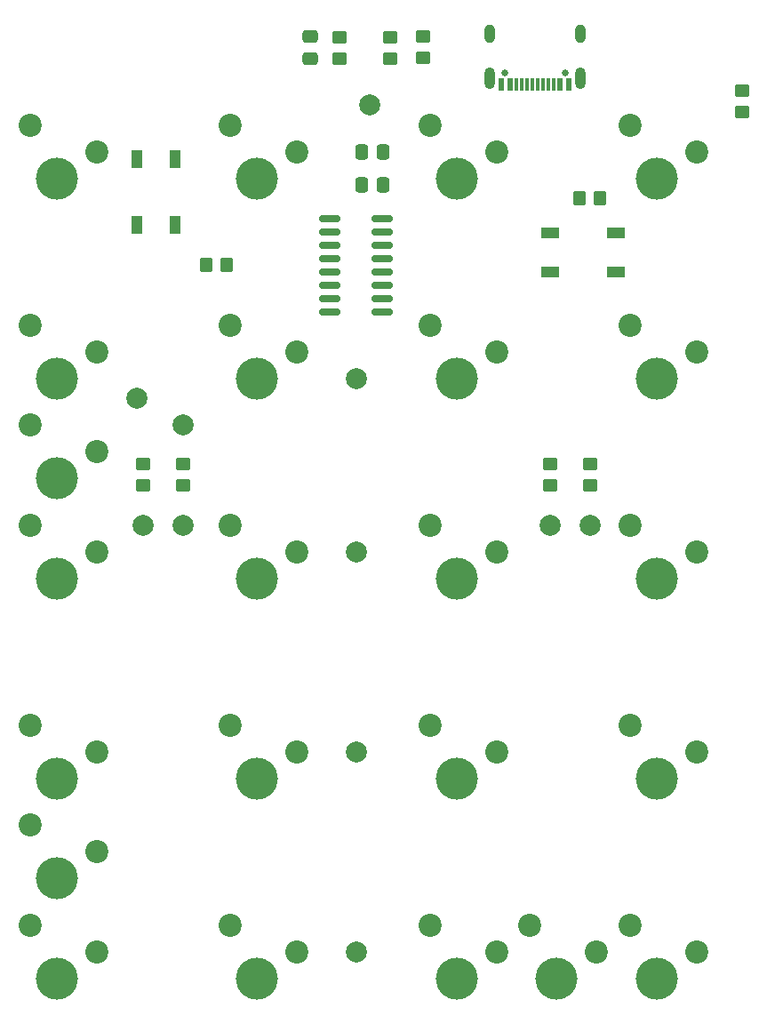
<source format=gts>
G04 #@! TF.GenerationSoftware,KiCad,Pcbnew,7.0.2*
G04 #@! TF.CreationDate,2023-08-22T20:01:55-07:00*
G04 #@! TF.ProjectId,4x5Macro-Numpad-USBC,3478354d-6163-4726-9f2d-4e756d706164,rev?*
G04 #@! TF.SameCoordinates,Original*
G04 #@! TF.FileFunction,Soldermask,Top*
G04 #@! TF.FilePolarity,Negative*
%FSLAX46Y46*%
G04 Gerber Fmt 4.6, Leading zero omitted, Abs format (unit mm)*
G04 Created by KiCad (PCBNEW 7.0.2) date 2023-08-22 20:01:55*
%MOMM*%
%LPD*%
G01*
G04 APERTURE LIST*
G04 Aperture macros list*
%AMRoundRect*
0 Rectangle with rounded corners*
0 $1 Rounding radius*
0 $2 $3 $4 $5 $6 $7 $8 $9 X,Y pos of 4 corners*
0 Add a 4 corners polygon primitive as box body*
4,1,4,$2,$3,$4,$5,$6,$7,$8,$9,$2,$3,0*
0 Add four circle primitives for the rounded corners*
1,1,$1+$1,$2,$3*
1,1,$1+$1,$4,$5*
1,1,$1+$1,$6,$7*
1,1,$1+$1,$8,$9*
0 Add four rect primitives between the rounded corners*
20,1,$1+$1,$2,$3,$4,$5,0*
20,1,$1+$1,$4,$5,$6,$7,0*
20,1,$1+$1,$6,$7,$8,$9,0*
20,1,$1+$1,$8,$9,$2,$3,0*%
G04 Aperture macros list end*
%ADD10C,2.000000*%
%ADD11RoundRect,0.250000X0.450000X-0.350000X0.450000X0.350000X-0.450000X0.350000X-0.450000X-0.350000X0*%
%ADD12RoundRect,0.250000X-0.475000X0.337500X-0.475000X-0.337500X0.475000X-0.337500X0.475000X0.337500X0*%
%ADD13R,1.000000X1.700000*%
%ADD14RoundRect,0.250000X-0.337500X-0.475000X0.337500X-0.475000X0.337500X0.475000X-0.337500X0.475000X0*%
%ADD15RoundRect,0.150000X-0.850000X-0.150000X0.850000X-0.150000X0.850000X0.150000X-0.850000X0.150000X0*%
%ADD16RoundRect,0.250000X-0.350000X-0.450000X0.350000X-0.450000X0.350000X0.450000X-0.350000X0.450000X0*%
%ADD17RoundRect,0.250000X-0.450000X0.350000X-0.450000X-0.350000X0.450000X-0.350000X0.450000X0.350000X0*%
%ADD18R,1.700000X1.000000*%
%ADD19O,1.000000X1.800000*%
%ADD20O,1.000000X2.100000*%
%ADD21R,0.600000X1.240000*%
%ADD22R,0.300000X1.240000*%
%ADD23C,0.650000*%
%ADD24RoundRect,0.250000X0.337500X0.475000X-0.337500X0.475000X-0.337500X-0.475000X0.337500X-0.475000X0*%
%ADD25RoundRect,0.250000X0.350000X0.450000X-0.350000X0.450000X-0.350000X-0.450000X0.350000X-0.450000X0*%
%ADD26C,2.200000*%
%ADD27C,4.000000*%
G04 APERTURE END LIST*
D10*
X130810000Y-69215000D03*
X153035000Y-41275000D03*
X151765000Y-67310000D03*
X151765000Y-83820000D03*
X131445000Y-81280000D03*
X135255000Y-81280000D03*
X151765000Y-102870000D03*
X151765000Y-121920000D03*
X170180000Y-81280000D03*
X173990000Y-81280000D03*
X135255000Y-71755000D03*
D11*
X158140400Y-34728400D03*
X158140400Y-36728400D03*
D12*
X147320000Y-36830000D03*
X147320000Y-34755000D03*
D11*
X135255000Y-75470000D03*
X135255000Y-77470000D03*
D13*
X134515000Y-46380000D03*
X134515000Y-52680000D03*
X130815000Y-46380000D03*
X130815000Y-52680000D03*
D14*
X154305000Y-48895000D03*
X152230000Y-48895000D03*
D11*
X170180000Y-75470000D03*
X170180000Y-77470000D03*
D15*
X154225000Y-52070000D03*
X154225000Y-53340000D03*
X154225000Y-54610000D03*
X154225000Y-55880000D03*
X154225000Y-57150000D03*
X154225000Y-58420000D03*
X154225000Y-59690000D03*
X154225000Y-60960000D03*
X149225000Y-60960000D03*
X149225000Y-59690000D03*
X149225000Y-58420000D03*
X149225000Y-57150000D03*
X149225000Y-55880000D03*
X149225000Y-54610000D03*
X149225000Y-53340000D03*
X149225000Y-52070000D03*
D16*
X139430000Y-56515000D03*
X137430000Y-56515000D03*
D17*
X150114000Y-36798000D03*
X150114000Y-34798000D03*
D11*
X173990000Y-75470000D03*
X173990000Y-77470000D03*
D17*
X188468000Y-41894000D03*
X188468000Y-39894000D03*
D18*
X170205000Y-53445000D03*
X176505000Y-53445000D03*
X170205000Y-57145000D03*
X176505000Y-57145000D03*
D11*
X131445000Y-75470000D03*
X131445000Y-77470000D03*
D19*
X164450000Y-34485000D03*
D20*
X164450000Y-38685000D03*
D19*
X173090000Y-34485000D03*
D20*
X173090000Y-38685000D03*
D21*
X171970000Y-39285000D03*
X171170000Y-39285000D03*
D22*
X170520000Y-39285000D03*
X169520000Y-39285000D03*
X168020000Y-39285000D03*
X167020000Y-39285000D03*
D21*
X166370000Y-39285000D03*
X165570000Y-39285000D03*
X165570000Y-39285000D03*
X166370000Y-39285000D03*
D22*
X167520000Y-39285000D03*
X168520000Y-39285000D03*
X169020000Y-39285000D03*
X170020000Y-39285000D03*
D21*
X171170000Y-39285000D03*
X171970000Y-39285000D03*
D23*
X165880000Y-38165000D03*
X171660000Y-38165000D03*
D24*
X152230000Y-45720000D03*
X154305000Y-45720000D03*
D11*
X154940000Y-34830000D03*
X154940000Y-36830000D03*
D25*
X172990000Y-50165000D03*
X174990000Y-50165000D03*
D26*
X146050000Y-121920000D03*
X139700000Y-119380000D03*
D27*
X142240000Y-124460000D03*
D26*
X165100000Y-45720000D03*
X158750000Y-43180000D03*
D27*
X161290000Y-48260000D03*
D26*
X165100000Y-83820000D03*
X158750000Y-81280000D03*
D27*
X161290000Y-86360000D03*
D26*
X127000000Y-64770000D03*
X120650000Y-62230000D03*
D27*
X123190000Y-67310000D03*
D26*
X146050000Y-64770000D03*
X139700000Y-62230000D03*
D27*
X142240000Y-67310000D03*
D26*
X127000000Y-45720000D03*
X120650000Y-43180000D03*
D27*
X123190000Y-48260000D03*
D26*
X165100000Y-121920000D03*
X158750000Y-119380000D03*
D27*
X161290000Y-124460000D03*
D26*
X146050000Y-102870000D03*
X139700000Y-100330000D03*
D27*
X142240000Y-105410000D03*
D26*
X184150000Y-83820000D03*
X177800000Y-81280000D03*
D27*
X180340000Y-86360000D03*
D26*
X184150000Y-102870000D03*
X177800000Y-100330000D03*
D27*
X180340000Y-105410000D03*
D26*
X127000000Y-102870000D03*
X120650000Y-100330000D03*
D27*
X123190000Y-105410000D03*
D26*
X127000000Y-112395000D03*
X120650000Y-109855000D03*
D27*
X123190000Y-114935000D03*
D26*
X127000000Y-83820000D03*
X120650000Y-81280000D03*
D27*
X123190000Y-86360000D03*
D26*
X127000000Y-121920000D03*
X120650000Y-119380000D03*
D27*
X123190000Y-124460000D03*
D26*
X146050000Y-45720000D03*
X139700000Y-43180000D03*
D27*
X142240000Y-48260000D03*
D26*
X165100000Y-102870000D03*
X158750000Y-100330000D03*
D27*
X161290000Y-105410000D03*
D26*
X184150000Y-64770000D03*
X177800000Y-62230000D03*
D27*
X180340000Y-67310000D03*
D26*
X127000000Y-74295000D03*
X120650000Y-71755000D03*
D27*
X123190000Y-76835000D03*
D26*
X184150000Y-121920000D03*
X177800000Y-119380000D03*
D27*
X180340000Y-124460000D03*
D26*
X165100000Y-64770000D03*
X158750000Y-62230000D03*
D27*
X161290000Y-67310000D03*
D26*
X184150000Y-45720000D03*
X177800000Y-43180000D03*
D27*
X180340000Y-48260000D03*
D26*
X146050000Y-83820000D03*
X139700000Y-81280000D03*
D27*
X142240000Y-86360000D03*
D26*
X174625000Y-121920000D03*
X168275000Y-119380000D03*
D27*
X170815000Y-124460000D03*
M02*

</source>
